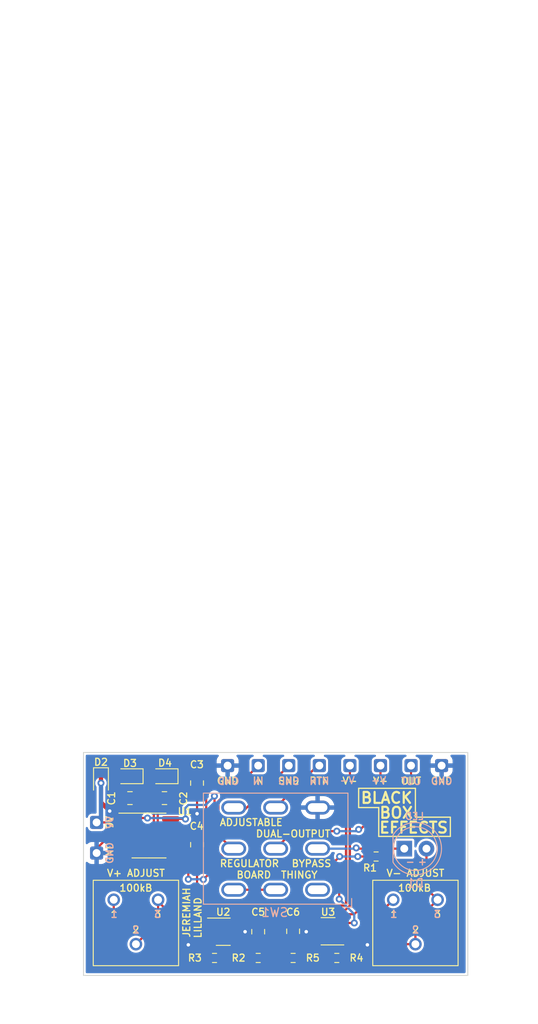
<source format=kicad_pcb>
(kicad_pcb (version 20211014) (generator pcbnew)
  (layers (0 "F.Cu" signal) (31 "B.Cu" signal) (34 "B.Paste" user) (35 "F.Paste" user) (36 "B.SilkS" user "B.Silkscreen") (37 "F.SilkS" user "F.Silkscreen") (38 "B.Mask" user) (39 "F.Mask" user) (44 "Edge.Cuts" user))
  (net 0 "")
  (net 1 "Net-(C1-Pad1)")
  (net 2 "Net-(C1-Pad2)")
  (net 3 "Net-(C2-Pad2)")
  (net 4 "GND")
  (net 5 "/VOUT_NEG")
  (net 6 "Net-(D1-Pad2)")
  (net 7 "+9V")
  (net 8 "Net-(R2-Pad1)")
  (net 9 "Net-(R5-Pad1)")
  (net 12 "/V_DBL")
  (net 13 "/V_NEG")
  (net 14 "/VOUT_POS")
  (net 15 "/ADJ_POS")
  (net 16 "/ADJ_NEG")
  (net 17 "/SW_LED")
  (net 18 "/IN")
  (net 19 "/SEND")
  (net 20 "/RETURN")
  (net 21 "/OUT")
  (net 22 "/BYP")
  (footprint "Capacitor_SMD:C_0805_2012Metric" (layer "F.Cu") (at 238 139.5 -90)
    (fp_text reference "C5" (at -2.25 0) (layer "F.SilkS") (effects (font (size 0.8 0.8))))
    (fp_text value "2.2u")
    (fp_line (start -0.261252 0.735) (end 0.261252 0.735) (layer "F.SilkS") (width 0.12))
    (fp_line (start -0.261252 -0.735) (end 0.261252 -0.735) (layer "F.SilkS") (width 0.12))
    (pad "1" smd roundrect (at -0.95 0 270) (size 1 1.45) (layers "F.Cu" "F.Paste" "F.Mask") (net 14 "/VOUT_POS"))
    (pad "2" smd roundrect (at 0.95 0 270) (size 1 1.45) (layers "F.Cu" "F.Paste" "F.Mask") (net 4 "GND"))
  )
  (footprint "Package_TO_SOT_SMD:SOT-23-5" (layer "F.Cu") (at 234 139.5)
    (fp_text reference "U2" (at 0 -2.25) (layer "F.SilkS") (effects (font (size 0.8 0.8))))
    (fp_text value "AP2204K-ADJ")
    (fp_line (start 0 1.56) (end -0.8 1.56) (layer "F.SilkS") (width 0.12))
    (fp_line (start 0 1.56) (end 0.8 1.56) (layer "F.SilkS") (width 0.12))
    (fp_line (start 0 -1.56) (end -1.8 -1.56) (layer "F.SilkS") (width 0.12))
    (fp_line (start 0 -1.56) (end 0.8 -1.56) (layer "F.SilkS") (width 0.12))
    (pad "1" smd roundrect (at -1.1375 -0.95) (size 1.325 0.6) (layers "F.Cu" "F.Paste" "F.Mask") (net 12 "/V_DBL"))
    (pad "2" smd roundrect (at -1.1375 0) (size 1.325 0.6) (layers "F.Cu" "F.Paste" "F.Mask") (net 4 "GND"))
    (pad "3" smd roundrect (at -1.1375 0.95) (size 1.325 0.6) (layers "F.Cu" "F.Paste" "F.Mask") (net 12 "/V_DBL"))
    (pad "4" smd roundrect (at 1.1375 0.95) (size 1.325 0.6) (layers "F.Cu" "F.Paste" "F.Mask") (net 15 "/ADJ_POS"))
    (pad "5" smd roundrect (at 1.1375 -0.95) (size 1.325 0.6) (layers "F.Cu" "F.Paste" "F.Mask") (net 14 "/VOUT_POS"))
  )
  (footprint "Resistor_SMD:R_0603_1608Metric" (layer "F.Cu") (at 233 142.5)
    (fp_text reference "R3" (at -2.25 0) (layer "F.SilkS") (effects (font (size 0.8 0.8))))
    (fp_text value "8.2k")
    (fp_line (start -0.237258 -0.5225) (end 0.237258 -0.5225) (layer "F.SilkS") (width 0.12))
    (fp_line (start -0.237258 0.5225) (end 0.237258 0.5225) (layer "F.SilkS") (width 0.12))
    (pad "1" smd roundrect (at -0.825 0) (size 0.8 0.95) (layers "F.Cu" "F.Paste" "F.Mask") (net 4 "GND"))
    (pad "2" smd roundrect (at 0.825 0) (size 0.8 0.95) (layers "F.Cu" "F.Paste" "F.Mask") (net 15 "/ADJ_POS"))
  )
  (footprint "Resistor_SMD:R_0603_1608Metric" (layer "F.Cu") (at 251.5 130.9)
    (fp_text reference "R1" (at -0.7 1.3) (layer "F.SilkS") (effects (font (size 0.8 0.8))))
    (fp_text value "2.2k")
    (fp_line (start -0.237258 0.5225) (end 0.237258 0.5225) (layer "F.SilkS") (width 0.12))
    (fp_line (start -0.237258 -0.5225) (end 0.237258 -0.5225) (layer "F.SilkS") (width 0.12))
    (pad "1" smd roundrect (at -0.825 0) (size 0.8 0.95) (layers "F.Cu" "F.Paste" "F.Mask") (net 7 "+9V"))
    (pad "2" smd roundrect (at 0.825 0) (size 0.8 0.95) (layers "F.Cu" "F.Paste" "F.Mask") (net 6 "Net-(D1-Pad2)"))
  )
  (footprint "Diode_SMD:D_SOD-323" (layer "F.Cu") (at 223.32 121.72 180)
    (fp_text reference "D3" (at -0.001055 1.4866) (layer "F.SilkS") (effects (font (size 0.8 0.8))))
    (fp_text value "1N4148WS")
    (fp_line (start -1.5 -0.85) (end -1.5 0.85) (layer "F.SilkS") (width 0.12))
    (fp_line (start -1.5 -0.85) (end 1.05 -0.85) (layer "F.SilkS") (width 0.12))
    (fp_line (start -1.5 0.85) (end 1.05 0.85) (layer "F.SilkS") (width 0.12))
    (pad "1" smd rect (at -1.05 0 180) (size 0.6 0.45) (layers "F.Cu" "F.Paste" "F.Mask") (net 1 "Net-(C1-Pad1)"))
    (pad "2" smd rect (at 1.05 0 180) (size 0.6 0.45) (layers "F.Cu" "F.Paste" "F.Mask") (net 7 "+9V"))
  )
  (footprint "Capacitor_SMD:C_0805_2012Metric" (layer "F.Cu") (at 223.32 124.22)
    (fp_text reference "C1" (at -2.12 0.03 270) (layer "F.SilkS") (effects (font (size 0.8 0.8))))
    (fp_text value "1u")
    (fp_line (start -0.261252 -0.735) (end 0.261252 -0.735) (layer "F.SilkS") (width 0.12))
    (fp_line (start -0.261252 0.735) (end 0.261252 0.735) (layer "F.SilkS") (width 0.12))
    (pad "1" smd roundrect (at -0.95 0) (size 1 1.45) (layers "F.Cu" "F.Paste" "F.Mask") (net 1 "Net-(C1-Pad1)"))
    (pad "2" smd roundrect (at 0.95 0) (size 1 1.45) (layers "F.Cu" "F.Paste" "F.Mask") (net 2 "Net-(C1-Pad2)"))
  )
  (footprint "BlackBox:WirePad_22AWG" (layer "F.Cu") (at 259 120.5)
    (fp_text reference "P10" hide)
    (fp_text value "GND")
    (pad "1" thru_hole roundrect (at 0 0) (size 1.5 1.5) (drill 0.9) (layers *.Cu *.Mask) (roundrect_rratio 0.1666666667) (net 4 "GND"))
  )
  (footprint "Capacitor_SMD:C_0805_2012Metric" (layer "F.Cu") (at 231 129.55 -90)
    (fp_text reference "C4" (at -2.12239 0.042427) (layer "F.SilkS") (effects (font (size 0.8 0.8))))
    (fp_text value "1u")
    (fp_line (start -0.261252 -0.735) (end 0.261252 -0.735) (layer "F.SilkS") (width 0.12))
    (fp_line (start -0.261252 0.735) (end 0.261252 0.735) (layer "F.SilkS") (width 0.12))
    (pad "1" smd roundrect (at -0.95 0 270) (size 1 1.45) (layers "F.Cu" "F.Paste" "F.Mask") (net 4 "GND"))
    (pad "2" smd roundrect (at 0.95 0 270) (size 1 1.45) (layers "F.Cu" "F.Paste" "F.Mask") (net 13 "/V_NEG"))
  )
  (footprint "BlackBox:WirePad_22AWG" (layer "F.Cu") (at 245 120.5)
    (fp_text reference "P4" hide)
    (fp_text value "RETURN")
    (pad "1" thru_hole roundrect (at 0 0) (size 1.5 1.5) (drill 0.9) (layers *.Cu *.Mask) (roundrect_rratio 0.1666666667) (net 20 "/RETURN"))
  )
  (footprint "Capacitor_SMD:C_0805_2012Metric" (layer "F.Cu") (at 242 139.45 -90)
    (fp_text reference "C6" (at -2.2 0) (layer "F.SilkS") (effects (font (size 0.8 0.8))))
    (fp_text value "2.2u")
    (fp_line (start -0.261252 -0.735) (end 0.261252 -0.735) (layer "F.SilkS") (width 0.12))
    (fp_line (start -0.261252 0.735) (end 0.261252 0.735) (layer "F.SilkS") (width 0.12))
    (pad "1" smd roundrect (at -0.95 0 270) (size 1 1.45) (layers "F.Cu" "F.Paste" "F.Mask") (net 4 "GND"))
    (pad "2" smd roundrect (at 0.95 0 270) (size 1 1.45) (layers "F.Cu" "F.Paste" "F.Mask") (net 5 "/VOUT_NEG"))
  )
  (footprint "Resistor_SMD:R_0603_1608Metric" (layer "F.Cu") (at 242 142.5 180)
    (fp_text reference "R5" (at -2.25 0 180) (layer "F.SilkS") (effects (font (size 0.8 0.8))))
    (fp_text value "33k")
    (fp_line (start -0.237258 -0.5225) (end 0.237258 -0.5225) (layer "F.SilkS") (width 0.12))
    (fp_line (start -0.237258 0.5225) (end 0.237258 0.5225) (layer "F.SilkS") (width 0.12))
    (pad "1" smd roundrect (at -0.825 0 180) (size 0.8 0.95) (layers "F.Cu" "F.Paste" "F.Mask") (net 9 "Net-(R5-Pad1)"))
    (pad "2" smd roundrect (at 0.825 0 180) (size 0.8 0.95) (layers "F.Cu" "F.Paste" "F.Mask") (net 5 "/VOUT_NEG"))
  )
  (footprint "Capacitor_SMD:C_0805_2012Metric" (layer "F.Cu") (at 227.27 124.22)
    (fp_text reference "C2" (at 2.176576 0.044212 270) (layer "F.SilkS") (effects (font (size 0.8 0.8))))
    (fp_text value "1u")
    (fp_line (start -0.261252 0.735) (end 0.261252 0.735) (layer "F.SilkS") (width 0.12))
    (fp_line (start -0.261252 -0.735) (end 0.261252 -0.735) (layer "F.SilkS") (width 0.12))
    (pad "1" smd roundrect (at -0.95 0) (size 1 1.45) (layers "F.Cu" "F.Paste" "F.Mask") (net 2 "Net-(C1-Pad2)"))
    (pad "2" smd roundrect (at 0.95 0) (size 1 1.45) (layers "F.Cu" "F.Paste" "F.Mask") (net 3 "Net-(C2-Pad2)"))
  )
  (footprint "Resistor_SMD:R_0603_1608Metric" (layer "F.Cu") (at 247 142.5 180)
    (fp_text reference "R4" (at -2.25 0) (layer "F.SilkS") (effects (font (size 0.8 0.8))))
    (fp_text value "22k")
    (fp_line (start -0.237258 0.5225) (end 0.237258 0.5225) (layer "F.SilkS") (width 0.12))
    (fp_line (start -0.237258 -0.5225) (end 0.237258 -0.5225) (layer "F.SilkS") (width 0.12))
    (pad "1" smd roundrect (at -0.825 0 180) (size 0.8 0.95) (layers "F.Cu" "F.Paste" "F.Mask") (net 4 "GND"))
    (pad "2" smd roundrect (at 0.825 0 180) (size 0.8 0.95) (layers "F.Cu" "F.Paste" "F.Mask") (net 16 "/ADJ_NEG"))
  )
  (footprint "BlackBox:WirePad_22AWG" (layer "F.Cu") (at 238 120.5)
    (fp_text reference "P2" hide)
    (fp_text value "IN")
    (pad "1" thru_hole roundrect (at 0 0) (size 1.5 1.5) (drill 0.9) (layers *.Cu *.Mask) (roundrect_rratio 0.1666666667) (net 18 "/IN"))
  )
  (footprint "Capacitor_SMD:C_0805_2012Metric" (layer "F.Cu") (at 231 122.5 -90)
    (fp_text reference "C3" (at -2.11387 0.022063) (layer "F.SilkS") (effects (font (size 0.8 0.8))))
    (fp_text value "1u")
    (fp_line (start -0.261252 0.735) (end 0.261252 0.735) (layer "F.SilkS") (width 0.12))
    (fp_line (start -0.261252 -0.735) (end 0.261252 -0.735) (layer "F.SilkS") (width 0.12))
    (pad "1" smd roundrect (at -0.95 0 270) (size 1 1.45) (layers "F.Cu" "F.Paste" "F.Mask") (net 12 "/V_DBL"))
    (pad "2" smd roundrect (at 0.95 0 270) (size 1 1.45) (layers "F.Cu" "F.Paste" "F.Mask") (net 4 "GND"))
  )
  (footprint "BlackBox:WirePad_22AWG" (layer "F.Cu") (at 234.5 120.5)
    (fp_text reference "P9" hide)
    (fp_text value "GND")
    (pad "1" thru_hole roundrect (at 0 0) (size 1.5 1.5) (drill 0.9) (layers *.Cu *.Mask) (roundrect_rratio 0.1666666667) (net 4 "GND"))
  )
  (footprint "Resistor_SMD:R_0603_1608Metric" (layer "F.Cu") (at 238 142.5)
    (fp_text reference "R2" (at -2.25 0 180) (layer "F.SilkS") (effects (font (size 0.8 0.8))))
    (fp_text value "15k")
    (fp_line (start -0.237258 -0.5225) (end 0.237258 -0.5225) (layer "F.SilkS") (width 0.12))
    (fp_line (start -0.237258 0.5225) (end 0.237258 0.5225) (layer "F.SilkS") (width 0.12))
    (pad "1" smd roundrect (at -0.825 0) (size 0.8 0.95) (layers "F.Cu" "F.Paste" "F.Mask") (net 8 "Net-(R2-Pad1)"))
    (pad "2" smd roundrect (at 0.825 0) (size 0.8 0.95) (layers "F.Cu" "F.Paste" "F.Mask") (net 14 "/VOUT_POS"))
  )
  (footprint "Diode_SMD:D_SOD-323" (layer "F.Cu") (at 227.32 121.72 180)
    (fp_text reference "D4" (at -0.012772 1.52 180) (layer "F.SilkS") (effects (font (size 0.8 0.8))))
    (fp_text value "1N4148WS")
    (fp_line (start -1.5 -0.85) (end 1.05 -0.85) (layer "F.SilkS") (width 0.12))
    (fp_line (start -1.5 -0.85) (end -1.5 0.85) (layer "F.SilkS") (width 0.12))
    (fp_line (start -1.5 0.85) (end 1.05 0.85) (layer "F.SilkS") (width 0.12))
    (pad "1" smd rect (at -1.05 0 180) (size 0.6 0.45) (layers "F.Cu" "F.Paste" "F.Mask") (net 12 "/V_DBL"))
    (pad "2" smd rect (at 1.05 0 180) (size 0.6 0.45) (layers "F.Cu" "F.Paste" "F.Mask") (net 1 "Net-(C1-Pad1)"))
  )
  (footprint "Package_TO_SOT_SMD:TSOT-23-5" (layer "F.Cu") (at 246 139.45 180)
    (fp_text reference "U3" (at 0 2.2) (layer "F.SilkS") (effects (font (size 0.8 0.8))))
    (fp_text value "LT1964-SD")
    (fp_line (start 0 1.56) (end 0.8 1.56) (layer "F.SilkS") (width 0.12))
    (fp_line (start 0 1.56) (end -0.8 1.56) (layer "F.SilkS") (width 0.12))
    (fp_line (start 0 -1.56) (end 0.8 -1.56) (layer "F.SilkS") (width 0.12))
    (fp_line (start 0 -1.56) (end -1.8 -1.56) (layer "F.SilkS") (width 0.12))
    (pad "1" smd roundrect (at -1.1375 -0.95 180) (size 1.325 0.6) (layers "F.Cu" "F.Paste" "F.Mask") (net 4 "GND"))
    (pad "2" smd roundrect (at -1.1375 0 180) (size 1.325 0.6) (layers "F.Cu" "F.Paste" "F.Mask") (net 13 "/V_NEG"))
    (pad "3" smd roundrect (at -1.1375 0.95 180) (size 1.325 0.6) (layers "F.Cu" "F.Paste" "F.Mask") (net 13 "/V_NEG"))
    (pad "4" smd roundrect (at 1.1375 0.95 180) (size 1.325 0.6) (layers "F.Cu" "F.Paste" "F.Mask") (net 16 "/ADJ_NEG"))
    (pad "5" smd roundrect (at 1.1375 -0.95 180) (size 1.325 0.6) (layers "F.Cu" "F.Paste" "F.Mask") (net 5 "/VOUT_NEG"))
  )
  (footprint "BlackBox:Potentiometer_Bourns_3386F_Vertical" (layer "F.Cu") (at 253.46 135.845 -90)
    (fp_text reference "RV2" hide)
    (fp_text value "100k")
    (fp_line (start -2.23 -7.425) (end 7.54 -7.425) (layer "F.SilkS") (width 0.12))
    (fp_line (start 7.54 -7.425) (end 7.54 2.345) (layer "F.SilkS") (width 0.12))
    (fp_line (start -2.23 -7.425) (end -2.23 2.345) (layer "F.SilkS") (width 0.12))
    (fp_line (start -2.23 2.345) (end 7.54 2.345) (layer "F.SilkS") (width 0.12))
    (pad "1" thru_hole circle (at 0 0 270) (size 1.44 1.44) (drill 0.9) (layers *.Cu *.Mask) (net 9 "Net-(R5-Pad1)"))
    (pad "2" thru_hole circle (at 5.08 -2.54 270) (size 1.44 1.44) (drill 0.9) (layers *.Cu *.Mask) (net 16 "/ADJ_NEG"))
    (pad "3" thru_hole circle (at 0 -5.08 270) (size 1.44 1.44) (drill 0.9) (layers *.Cu *.Mask) (net 16 "/ADJ_NEG"))
  )
  (footprint "Diode_SMD:D_SOD-323F" (layer "F.Cu") (at 220 122.25 -90)
    (fp_text reference "D2" (at -2.15 0) (layer "F.SilkS") (effects (font (size 0.8 0.8))))
    (fp_text value "PMEG4010EJ")
    (fp_line (start -1.5 -0.85) (end 1.05 -0.85) (layer "F.SilkS") (width 0.12))
    (fp_line (start -1.5 0.85) (end 1.05 0.85) (layer "F.SilkS") (width 0.12))
    (fp_line (start -1.5 -0.85) (end -1.5 0.85) (layer "F.SilkS") (width 0.12))
    (pad "1" smd rect (at -1.1 0 270) (size 0.5 0.5) (layers "F.Cu" "F.Paste" "F.Mask") (net 7 "+9V"))
    (pad "2" smd rect (at 1.1 0 270) (size 0.5 0.5) (layers "F.Cu" "F.Paste" "F.Mask") (net 4 "GND"))
  )
  (footprint "BlackBox:Potentiometer_Bourns_3386F_Vertical" (layer "F.Cu") (at 221.46 135.845 -90)
    (fp_text reference "RV1" hide)
    (fp_text value "100k")
    (fp_line (start -2.23 2.345) (end 7.54 2.345) (layer "F.SilkS") (width 0.12))
    (fp_line (start -2.23 -7.425) (end 7.54 -7.425) (layer "F.SilkS") (width 0.12))
    (fp_line (start 7.54 -7.425) (end 7.54 2.345) (layer "F.SilkS") (width 0.12))
    (fp_line (start -2.23 -7.425) (end -2.23 2.345) (layer "F.SilkS") (width 0.12))
    (pad "1" thru_hole circle (at 0 0 270) (size 1.44 1.44) (drill 0.9) (layers *.Cu *.Mask) (net 8 "Net-(R2-Pad1)"))
    (pad "2" thru_hole circle (at 5.08 -2.54 270) (size 1.44 1.44) (drill 0.9) (layers *.Cu *.Mask) (net 15 "/ADJ_POS"))
    (pad "3" thru_hole circle (at 0 -5.08 270) (size 1.44 1.44) (drill 0.9) (layers *.Cu *.Mask) (net 15 "/ADJ_POS"))
  )
  (footprint "BlackBox:WirePad_22AWG" (layer "F.Cu") (at 255.5 120.5)
    (fp_text reference "P5" hide)
    (fp_text value "OUT")
    (pad "1" thru_hole roundrect (at 0 0) (size 1.5 1.5) (drill 0.9) (layers *.Cu *.Mask) (roundrect_rratio 0.1666666667) (net 21 "/OUT"))
  )
  (footprint "BlackBox:WirePad_22AWG" (layer "F.Cu") (at 241.5 120.5)
    (fp_text reference "P3" hide)
    (fp_text value "SEND")
    (pad "1" thru_hole roundrect (at 0 0) (size 1.5 1.5) (drill 0.9) (layers *.Cu *.Mask) (roundrect_rratio 0.1666666667) (net 19 "/SEND"))
  )
  (footprint "Package_SO:SOIC-8_3.9x4.9mm_P1.27mm" (layer "F.Cu") (at 225.5 128.5)
    (fp_text reference "U1" (at 4.1 -2.75) (layer "F.SilkS") (effects (font (size 0.8 0.8))))
    (fp_text value "TC7662Bx0A")
    (fp_line (start 0 2.56) (end 1.95 2.56) (layer "F.SilkS") (width 0.12))
    (fp_line (start 0 2.56) (end -1.95 2.56) (layer "F.SilkS") (width 0.12))
    (fp_line (start 0 -2.56) (end 1.95 -2.56) (layer "F.SilkS") (width 0.12))
    (fp_line (start 0 -2.56) (end -3.45 -2.56) (layer "F.SilkS") (width 0.12))
    (pad "1" smd roundrect (at -2.475 -1.905) (size 1.95 0.6) (layers "F.Cu" "F.Paste" "F.Mask") (net 7 "+9V"))
    (pad "2" smd roundrect (at -2.475 -0.635) (size 1.95 0.6) (layers "F.Cu" "F.Paste" "F.Mask") (net 2 "Net-(C1-Pad2)"))
    (pad "3" smd roundrect (at -2.475 0.635) (size 1.95 0.6) (layers "F.Cu" "F.Paste" "F.Mask") (net 4 "GND"))
    (pad "4" smd roundrect (at -2.475 1.905) (size 1.95 0.6) (layers "F.Cu" "F.Paste" "F.Mask") (net 3 "Net-(C2-Pad2)"))
    (pad "5" smd roundrect (at 2.475 1.905) (size 1.95 0.6) (layers "F.Cu" "F.Paste" "F.Mask") (net 13 "/V_NEG"))
    (pad "6" smd roundrect (at 2.475 0.635) (size 1.95 0.6) (layers "F.Cu" "F.Paste" "F.Mask"))
    (pad "7" smd roundrect (at 2.475 -0.635) (size 1.95 0.6) (layers "F.Cu" "F.Paste" "F.Mask"))
    (pad "8" smd roundrect (at 2.475 -1.905) (size 1.95 0.6) (layers "F.Cu" "F.Paste" "F.Mask") (net 7 "+9V"))
  )
  (footprint "LED_THT:LED_D5.0mm" (layer "B.Cu") (at 254.725 130)
    (fp_text reference "D1" (at 1.27 3.96) (layer "B.SilkS") (effects (justify mirror)))
    (fp_text value "LED_PTH")
    (fp_line (start -1.29 1.545) (end -1.29 -1.545) (layer "B.SilkS") (width 0.12))
    (fp_arc (start -1.29 -1.54483) (mid 2.072002 -2.880433) (end 4.26 0.000462) (layer "B.SilkS") (width 0.12))
    (fp_arc (start 4.26 -0.000462) (mid 2.072002 2.880433) (end -1.29 1.54483) (layer "B.SilkS") (width 0.12))
    (fp_circle (center 1.27 0) (end 3.77 0) (layer "B.SilkS") (width 0.12) (fill none))
    (pad "1" thru_hole rect (at 0 0) (size 1.8 1.8) (drill 0.9) (layers *.Cu *.Mask) (net 17 "/SW_LED"))
    (pad "2" thru_hole circle (at 2.54 0) (size 1.8 1.8) (drill 0.9) (layers *.Cu *.Mask) (net 6 "Net-(D1-Pad2)"))
  )
  (footprint "BlackBox:SW_STOMP_3PDT" (layer "B.Cu") (at 240 130 180)
    (fp_text reference "SW1" (at 0.1 -7.3 unlocked) (layer "B.SilkS") (effects (justify mirror)))
    (fp_text value "SW_3PDT")
    (fp_line (start -8.275 6.35) (end 8.275 6.35) (layer "B.SilkS") (width 0.12))
    (fp_line (start -7.7 -6.7) (end -8.7 -6.7) (layer "B.SilkS") (width 0.12))
    (fp_line (start -8.275 -6.35) (end 8.275 -6.35) (layer "B.SilkS") (width 0.12))
    (fp_line (start 8.275 -6.35) (end 8.275 6.35) (layer "B.SilkS") (width 0.12))
    (fp_line (start -8.275 -6.35) (end -8.275 6.35) (layer "B.SilkS") (width 0.12))
    (fp_line (start -8.7 -5.7) (end -8.7 -6.7) (layer "B.SilkS") (width 0.12))
    (pad "1" thru_hole oval (at -4.8 -4.7 180) (size 2.85 1.6) (drill oval 2.25 1) (layers *.Cu *.Mask))
    (pad "2" thru_hole oval (at -4.8 0 180) (size 2.85 1.6) (drill oval 2.25 1) (layers *.Cu *.Mask) (net 17 "/SW_LED"))
    (pad "3" thru_hole oval (at -4.8 4.7 180) (size 2.85 1.6) (drill oval 2.25 1) (layers *.Cu *.Mask) (net 4 "GND"))
    (pad "4" thru_hole oval (at 0 -4.7 180) (size 2.85 1.6) (drill oval 2.25 1) (layers *.Cu *.Mask) (net 22 "/BYP"))
    (pad "5" thru_hole oval (at 0 0 180) (size 2.85 1.6) (drill oval 2.25 1) (layers *.Cu *.Mask) (net 21 "/OUT"))
    (pad "6" thru_hole oval (at 0 4.7 180) (size 2.85 1.6) (drill oval 2.25 1) (layers *.Cu *.Mask) (net 20 "/RETURN"))
    (pad "7" thru_hole oval (at 4.8 -4.7 180) (size 2.85 1.6) (drill oval 2.25 1) (layers *.Cu *.Mask) (net 22 "/BYP"))
    (pad "8" thru_hole oval (at 4.8 0 180) (size 2.85 1.6) (drill oval 2.25 1) (layers *.Cu *.Mask) (net 18 "/IN"))
    (pad "9" thru_hole oval (at 4.8 4.7 180) (size 2.85 1.6) (drill oval 2.25 1) (layers *.Cu *.Mask) (net 19 "/SEND"))
  )
  (footprint "BlackBox:WirePad_22AWG" (layer "B.Cu") (at 248.5 120.5 180)
    (fp_text reference "P7" hide)
    (fp_text value "VOUT_POS")
    (pad "1" thru_hole roundrect (at 0 0 180) (size 1.5 1.5) (drill 0.9) (layers *.Cu *.Mask) (roundrect_rratio 0.1666666667) (net 14 "/VOUT_POS"))
  )
  (footprint "BlackBox:WirePad_22AWG" (layer "B.Cu") (at 219.5 127 180)
    (fp_text reference "P1" hide)
    (fp_text value "9V_IN")
    (pad "1" thru_hole roundrect (at 0 0 180) (size 1.5 1.5) (drill 0.9) (layers *.Cu *.Mask) (roundrect_rratio 0.1666666667) (net 7 "+9V"))
  )
  (footprint "BlackBox:WirePad_22AWG" (layer "B.Cu") (at 252 120.5)
    (fp_text reference "P6" hide)
    (fp_text value "VOUT_NEG")
    (pad "1" thru_hole roundrect (at 0 0) (size 1.5 1.5) (drill 0.9) (layers *.Cu *.Mask) (roundrect_rratio 0.1666666667) (net 5 "/VOUT_NEG"))
  )
  (footprint "BlackBox:WirePad_22AWG" (layer "B.Cu") (at 219.5 130.5 180)
    (fp_text reference "P8" hide)
    (fp_text value "GND")
    (pad "1" thru_hole roundrect (at 0 0 180) (size 1.5 1.5) (drill 0.9) (layers *.Cu *.Mask) (roundrect_rratio 0.1666666667) (net 4 "GND"))
  )
  (gr_line (start 249.5 123.5) (end 249.5 125.3) (layer "F.SilkS") (width 0.15))
  (gr_line (start 249.5 123.5) (end 249.5 123.1) (layer "F.SilkS") (width 0.15))
  (gr_line (start 249.5 125.3) (end 251.8 125.3) (layer "F.SilkS") (width 0.15))
  (gr_line (start 256 126.4) (end 260 126.4) (layer "F.SilkS") (width 0.15))
  (gr_line (start 251.8 128.6) (end 260 128.6) (layer "F.SilkS") (width 0.15))
  (gr_line (start 256 123.1) (end 256 126.4) (layer "F.SilkS") (width 0.15))
  (gr_line (start 260 126.4) (end 260 128.6) (layer "F.SilkS") (width 0.15))
  (gr_line (start 251.8 125.3) (end 251.8 128.6) (layer "F.SilkS") (width 0.15))
  (gr_line (start 249.5 123.1) (end 256 123.1) (layer "F.SilkS") (width 0.15))
  (gr_line (start 218 119) (end 218 144.5) (layer "Edge.Cuts") (width 0.1))
  (gr_line (start 262 144.5) (end 262 119) (layer "Edge.Cuts") (width 0.1))
  (gr_line (start 218 144.5) (end 262 144.5) (layer "Edge.Cuts") (width 0.1))
  (gr_line (start 262 119) (end 218 119) (layer "Edge.Cuts") (width 0.1))
  (gr_text "2" (at 256 139.3) (layer "B.SilkS") (effects (font (size 0.8 0.8)) (justify mirror)))
  (gr_text "GND" (at 234.6 122.3) (layer "B.SilkS") (effects (font (size 0.8 0.8)) (justify mirror)))
  (gr_text "IN" (at 238 122.3) (layer "B.SilkS") (effects (font (size 0.8 0.8)) (justify mirror)))
  (gr_text "-" (at 255.4 131.5) (layer "B.SilkS") (effects (font (size 0.8 0.8)) (justify mirror)))
  (gr_text "RTN" (at 245 122.3) (layer "B.SilkS") (effects (font (size 0.8 0.8)) (justify mirror)))
  (gr_text "V+" (at 251.8 122.2) (layer "B.SilkS") (effects (font (size 0.8 0.8)) (justify mirror)))
  (gr_text "3" (at 258.5 137.5) (layer "B.SilkS") (effects (font (size 0.8 0.8)) (justify mirror)))
  (gr_text "GND" (at 221 130.5 90) (layer "B.SilkS") (effects (font (size 0.8 0.8)) (justify mirror)))
  (gr_text "LED" (at 255.9 126.3) (layer "B.SilkS") (effects (font (size 0.8 0.8)) (justify mirror)))
  (gr_text "9V" (at 221 127 90) (layer "B.SilkS") (effects (font (size 0.8 0.8)) (justify mirror)))
  (gr_text "3" (at 226.5 137.5) (layer "B.SilkS") (effects (font (size 0.8 0.8)) (justify mirror)))
  (gr_text "1" (at 253.5 137.5) (layer "B.SilkS") (effects (font (size 0.8 0.8)) (justify mirror)))
  (gr_text "OUT" (at 255.5 122.3) (layer "B.SilkS") (effects (font (size 0.8 0.8)) (justify mirror)))
  (gr_text "SND" (at 241.5 122.3) (layer "B.SilkS") (effects (font (size 0.8 0.8)) (justify mirror)))
  (gr_text "1" (at 221.5 137.5) (layer "B.SilkS") (effects (font (size 0.8 0.8)) (justify mirror)))
  (gr_text "GND" (at 259 122.3) (layer "B.SilkS") (effects (font (size 0.8 0.8)) (justify mirror)))
  (gr_text "2" (at 224 139.3) (layer "B.SilkS") (effects (font (size 0.8 0.8)) (justify mirror)))
  (gr_text "+" (at 256.8 131.5) (layer "B.SilkS") (effects (font (size 0.8 0.8)) (justify mirror)))
  (gr_text "V-" (at 248.2 122.2) (layer "B.SilkS") (effects (font (size 0.8 0.8)) (justify mirror)))
  (gr_text "BOX" (at 253.8 125.9) (layer "F.SilkS") (effects (font (size 1.25 1.25) (thickness 0.25))))
  (gr_text "IN" (at 238 122.25) (layer "F.SilkS") (effects (font (size 0.8 0.8))))
  (gr_text "BOARD" (at 237.5 133) (layer "F.SilkS") (effects (font (size 0.8 0.8))))
  (gr_text "V+ ADJUST" (at 224 132.8) (layer "F.SilkS") (effects (font (size 0.8 0.8))))
  (gr_text "SND" (at 241.5 122.25) (layer "F.SilkS") (effects (font (size 0.8 0.8))))
  (gr_text "RTN" (at 245 122.25) (layer "F.SilkS") (effects (font (size 0.8 0.8))))
  (gr_text "GND" (at 234.5 122.25) (layer "F.SilkS") (effects (font (size 0.8 0.8))))
  (gr_text "REGULATOR" (at 237 131.7) (layer "F.SilkS") (effects (font (size 0.8 0.8))))
  (gr_text "3" (at 258.536147 137.5) (layer "F.SilkS") (effects (font (size 0.8 0.8))))
  (gr_text "OUT" (at 255.5 122.25) (layer "F.SilkS") (effects (font (size 0.8 0.8))))
  (gr_text "THINGY" (at 242.7 133) (layer "F.SilkS") (effects (font (size 0.8 0.8))))
  (gr_text "LILLAND" (at 231.1 137.9 90) (layer "F.SilkS") (effects (font (size 0.8 0.8))))
  (gr_text "2" (at 256.022498 139.274368) (layer "F.SilkS") (effects (font (size 0.8 0.8))))
  (gr_text "3" (at 226.5 137.5) (layer "F.SilkS") (effects (font (size 0.8 0.8))))
  (gr_text "GND" (at 221 130.5 90) (layer "F.SilkS") (effects (font (size 0.8 0.8))))
  (gr_text "1" (at 221.5 137.5) (layer "F.SilkS") (effects (font (size 0.8 0.8))))
  (gr_text "V-" (at 248.5 122.25) (layer "F.SilkS") (effects (font (size 0.8 0.8))))
  (gr_text "100kB" (at 224 134.5) (layer "F.SilkS") (effects (font (size 0.8 0.8))))
  (gr_text "100kB" (at 255.9 134.5) (layer "F.SilkS") (effects (font (size 0.8 0.8))))
  (gr_text "1" (at 253.536147 137.5) (layer "F.SilkS") (effects (font (size 0.8 0.8))))
  (gr_text "ADJUSTABLE" (at 237.2 127) (layer "F.SilkS") (effects (font (size 0.8 0.8))))
  (gr_text "2" (at 223.986351 139.274368) (layer "F.SilkS") (effects (font (size 0.8 0.8))))
  (gr_text "V+" (at 252 122.25) (layer "F.SilkS") (effects (font (size 0.8 0.8))))
  (gr_text "V- ADJUST" (at 256 132.8) (layer "F.SilkS") (effects (font (size 0.8 0.8))))
  (gr_text "EFFECTS" (at 255.8 127.6) (layer "F.SilkS") (effects (font (size 1.25 1.25) (thickness 0.25))))
  (gr_text "BLACK" (at 252.7 124.2) (layer "F.SilkS") (effects (font (size 1.25 1.25) (thickness 0.25))))
  (gr_text "9V" (at 221 127 90) (layer "F.SilkS") (effects (font (size 0.8 0.8))))
  (gr_text "BYPASS" (at 244.1 131.7) (layer "F.SilkS") (effects (font (size 0.8 0.8))))
  (gr_text "GND" (at 259 122.25) (layer "F.SilkS") (effects (font (size 0.8 0.8))))
  (gr_text "JEREMIAH" (at 229.8 137.3 90) (layer "F.SilkS") (effects (font (size 0.8 0.8))))
  (gr_text "DUAL-OUTPUT" (at 242 128.3) (layer "F.SilkS") (effects (font (size 0.8 0.8))))
  (segment (start 222.37 124.37) (end 222.5 124.5) (width 0.25) (layer "F.Cu") (net 1))
  (segment (start 222.37 124.22) (end 222.37 124.37) (width 0.25) (layer "F.Cu") (net 1))
  (segment (start 222.5 124.5) (end 222.5 123.59) (width 0.25) (layer "F.Cu") (net 1))
  (segment (start 226.27 121.72) (end 224.37 121.72) (width 0.25) (layer "F.Cu") (net 1))
  (segment (start 222.5 123.59) (end 224.37 121.72) (width 0.25) (layer "F.Cu") (net 1))
  (segment (start 226.32 124.22) (end 224.27 124.22) (width 0.25) (layer "F.Cu") (net 2))
  (segment (start 225.863604 128) (end 223.16 128) (width 0.25) (layer "F.Cu") (net 2))
  (segment (start 226.05 125.753604) (end 226.05 127.813604) (width 0.25) (layer "F.Cu") (net 2))
  (segment (start 226.32 125.483604) (end 226.05 125.753604) (width 0.25) (layer "F.Cu") (net 2))
  (segment (start 226.32 124.22) (end 226.32 125.483604) (width 0.25) (layer "F.Cu") (net 2))
  (segment (start 226.05 127.813604) (end 225.863604 128) (width 0.25) (layer "F.Cu") (net 2))
  (segment (start 223.16 128) (end 223.025 127.865) (width 0.25) (layer "F.Cu") (net 2))
  (segment (start 226.5 128) (end 224.095 130.405) (width 0.25) (layer "F.Cu") (net 3))
  (segment (start 228.22 124.22) (end 226.5 125.94) (width 0.25) (layer "F.Cu") (net 3))
  (segment (start 226.5 125.94) (end 226.5 128) (width 0.25) (layer "F.Cu") (net 3))
  (segment (start 224.095 130.405) (end 223.025 130.405) (width 0.25) (layer "F.Cu") (net 3))
  (segment (start 242.5 138.5) (end 243.5 139.5) (width 0.25) (layer "F.Cu") (net 4))
  (segment (start 223.025 129.135) (end 223.025 129.025) (width 0.25) (layer "F.Cu") (net 4))
  (segment (start 236.55 139.5) (end 237.5 140.45) (width 0.25) (layer "F.Cu") (net 4))
  (segment (start 232.8625 139.5) (end 236.5 139.5) (width 0.25) (layer "F.Cu") (net 4))
  (segment (start 223.025 129.025) (end 223 129) (width 0.25) (layer "F.Cu") (net 4))
  (segment (start 237.5 140.45) (end 238.05 140.45) (width 0.25) (layer "F.Cu") (net 4))
  (segment (start 231.5 142.5) (end 230 141) (width 0.25) (layer "F.Cu") (net 4))
  (segment (start 220 124.7) (end 220 123.6) (width 0.5) (layer "F.Cu") (net 4))
  (segment (start 220 123.6) (end 220 123.5) (width 0.25) (layer "F.Cu") (net 4))
  (segment (start 245.853249 139.5) (end 246.753249 140.4) (width 0.25) (layer "F.Cu") (net 4))
  (segment (start 249 142.5) (end 247.825 142.5) (width 0.25) (layer "F.Cu") (net 4))
  (segment (start 250.5 141) (end 249 142.5) (width 0.25) (layer "F.Cu") (net 4))
  (segment (start 246.753249 140.4) (end 247.1375 140.4) (width 0.25) (layer "F.Cu") (net 4))
  (segment (start 221 125.7) (end 220 124.7) (width 0.5) (layer "F.Cu") (net 4))
  (segment (start 220.5 129) (end 219.5 130) (width 0.25) (layer "F.Cu") (net 4))
  (segment (start 231 126) (end 231 128.6) (width 0.25) (layer "F.Cu") (net 4))
  (segment (start 223 129) (end 220.5 129) (width 0.25) (layer "F.Cu") (net 4))
  (segment (start 232.175 142.5) (end 231.5 142.5) (width 0.25) (layer "F.Cu") (net 4))
  (segment (start 231 123.45) (end 231 126) (width 0.25) (layer "F.Cu") (net 4))
  (segment (start 236.5 139.5) (end 236.55 139.5) (width 0.25) (layer "F.Cu") (net 4))
  (segment (start 242 138.5) (end 242.5 138.5) (width 0.25) (layer "F.Cu") (net 4))
  (segment (start 243.5 139.5) (end 245.853249 139.5) (width 0.25) (layer "F.Cu") (net 4))
  (via (at 243.5 139.5) (size 0.8) (drill 0.4) (layers "F.Cu" "B.Cu") (net 4))
  (via (at 221 125.7) (size 0.8) (drill 0.4) (layers "F.Cu" "B.Cu") (net 4))
  (via (at 236.5 139.5) (size 0.8) (drill 0.4) (layers "F.Cu" "B.Cu") (net 4))
  (via (at 250.5 141) (size 0.8) (drill 0.4) (layers "F.Cu" "B.Cu") (net 4))
  (via (at 230 141) (size 0.8) (drill 0.4) (layers "F.Cu" "B.Cu") (net 4))
  (via (at 231 126) (size 0.8) (drill 0.4) (layers "F.Cu" "B.Cu") (net 4))
  (segment (start 248 137) (end 248.5 136.5) (width 0.25) (layer "F.Cu") (net 5))
  (segment (start 242.5 140.4) (end 241.4 140.4) (width 0.25) (layer "F.Cu") (net 5))
  (segment (start 241.175 142.5) (end 241.175 141.725) (width 0.25) (layer "F.Cu") (net 5))
  (segment (start 242.5 140.4) (end 244.8625 140.4) (width 0.25) (layer "F.Cu") (net 5))
  (segment (start 240.5 139.5) (end 240.5 138) (width 0.25) (layer "F.Cu") (net 5))
  (segment (start 242.375 140.275) (end 242.5 140.4) (width 0.25) (layer "F.Cu") (net 5))
  (segment (start 248.5 136.5) (end 248.5 125.5) (width 0.25) (layer "F.Cu") (net 5))
  (segment (start 252 122) (end 252 120.5) (width 0.25) (layer "F.Cu") (net 5))
  (segment (start 248.5 125.5) (end 252 122) (width 0.25) (layer "F.Cu") (net 5))
  (segment (start 240.5 138) (end 241.5 137) (width 0.25) (layer "F.Cu") (net 5))
  (segment (start 241.5 137) (end 248 137) (width 0.25) (layer "F.Cu") (net 5))
  (segment (start 241.4 140.4) (end 240.5 139.5) (width 0.25) (layer "F.Cu") (net 5))
  (segment (start 241.175 141.725) (end 242.5 140.4) (width 0.25) (layer "F.Cu") (net 5))
  (segment (start 252.325 130.9) (end 253.425 132) (width 0.25) (layer "F.Cu") (net 6))
  (segment (start 256.5 132) (end 257.265 131.235) (width 0.25) (layer "F.Cu") (net 6))
  (segment (start 253.425 132) (end 256.5 132) (width 0.25) (layer "F.Cu") (net 6))
  (segment (start 257.265 131.235) (end 257.265 130) (width 0.25) (layer "F.Cu") (net 6))
  (segment (start 234.48401 131.5) (end 233 130.01599) (width 0.25) (layer "F.Cu") (net 7))
  (segment (start 247.3255 130.9) (end 246.7255 131.5) (width 0.25) (layer "F.Cu") (net 7))
  (segment (start 221.545 122.445) (end 222.27 121.72) (width 0.25) (layer "F.Cu") (net 7))
  (segment (start 221.69 126.5) (end 221.595 126.595) (width 0.25) (layer "F.Cu") (net 7))
  (segment (start 229.655955 126.595) (end 227.975 126.595) (width 0.25) (layer "F.Cu") (net 7))
  (segment (start 223.111827 126.5) (end 221.545 124.933173) (width 0.25) (layer "F.Cu") (net 7))
  (segment (start 250.675 130.9) (end 249.4 130.9) (width 0.25) (layer "F.Cu") (net 7))
  (segment (start 233 123.998049) (end 232.988676 123.986725) (width 0.25) (layer "F.Cu") (net 7))
  (segment (start 225.3255 126.5) (end 223.111827 126.5) (width 0.25) (layer "F.Cu") (net 7))
  (segment (start 220 122.5) (end 220 121.4) (width 0.5) (layer "F.Cu") (net 7))
  (segment (start 221.19 127) (end 219.85 127) (width 0.25) (layer "F.Cu") (net 7))
  (segment (start 221.595 126.595) (end 221.19 127) (width 0.25) (layer "F.Cu") (net 7))
  (segment (start 221.595 126.595) (end 223.025 126.595) (width 0.25) (layer "F.Cu") (net 7))
  (segment (start 233 130.01599) (end 233 123.998049) (width 0.25) (layer "F.Cu") (net 7))
  (segment (start 246.7255 131.5) (end 234.48401 131.5) (width 0.25) (layer "F.Cu") (net 7))
  (segment (start 221.545 124.933173) (end 221.545 122.445) (width 0.25) (layer "F.Cu") (net 7))
  (segment (start 225.3255 126.5) (end 221.69 126.5) (width 0.25) (layer "F.Cu") (net 7))
  (segment (start 229.673645 126.61269) (end 229.655955 126.595) (width 0.25) (layer "F.Cu") (net 7))
  (segment (start 219.85 127) (end 219.425 127.425) (width 0.25) (layer "F.Cu") (net 7))
  (via (at 232.988676 123.986725) (size 0.8) (drill 0.4) (layers "F.Cu" "B.Cu") (net 7))
  (via (at 249.4 130.9) (size 0.8) (drill 0.4) (layers "F.Cu" "B.Cu") (net 7))
  (via (at 220 122.5) (size 0.8) (drill 0.4) (layers "F.Cu" "B.Cu") (net 7))
  (via (at 247.3255 130.9) (size 0.8) (drill 0.4) (layers "F.Cu" "B.Cu") (net 7))
  (via (at 229.673645 126.61269) (size 0.8) (drill 0.4) (layers "F.Cu" "B.Cu") (net 7))
  (via (at 225.3255 126.5) (size 0.8) (drill 0.4) (layers "F.Cu" "B.Cu") (net 7))
  (segment (start 219.5 127.5) (end 219 127) (width 0.25) (layer "B.Cu") (net 7))
  (segment (start 230 125) (end 229.673645 125.326355) (width 0.25) (layer "B.Cu") (net 7))
  (segment (start 232.988676 124.011324) (end 232 125) (width 0.25) (layer "B.Cu") (net 7))
  (segment (start 219.275 127.275) (end 219.5 127.5) (width 0.25) (layer "B.Cu") (net 7))
  (segment (start 229.673645 125.326355) (end 229.673645 126.61269) (width 0.25) (layer "B.Cu") (net 7))
  (segment (start 219.5 127) (end 220 126.5) (width 0.5) (layer "B.Cu") (net 7))
  (segment (start 232 125) (end 230 125) (width 0.25) (layer "B.Cu") (net 7))
  (segment (start 247.3255 130.9) (end 249.4 130.9) (width 0.25) (layer "B.Cu") (net 7))
  (segment (start 225.3255 126.5) (end 229.5 126.5) (width 0.25) (layer "B.Cu") (net 7))
  (segment (start 219 127) (end 219.5 127) (width 0.5) (layer "B.Cu") (net 7))
  (segment (start 220 126.5) (end 220 122.5) (width 0.5) (layer "B.Cu") (net 7))
  (segment (start 229.5 126.5) (end 229.61269 126.61269) (width 0.25) (layer "B.Cu") (net 7))
  (segment (start 229.61269 126.61269) (end 229.673645 126.61269) (width 0.25) (layer "B.Cu") (net 7))
  (segment (start 232.988676 123.986725) (end 232.988676 124.011324) (width 0.25) (layer "B.Cu") (net 7))
  (segment (start 221.46 135.845) (end 221.46 140.96) (width 0.25) (layer "F.Cu") (net 8))
  (segment (start 221.46 140.96) (end 224 143.5) (width 0.25) (layer "F.Cu") (net 8))
  (segment (start 236.175 143.5) (end 237.175 142.5) (width 0.25) (layer "F.Cu") (net 8))
  (segment (start 224 143.5) (end 236.175 143.5) (width 0.25) (layer "F.Cu") (net 8))
  (segment (start 244 141.5) (end 247.805 141.5) (width 0.25) (layer "F.Cu") (net 9))
  (segment (start 243 142.5) (end 244 141.5) (width 0.25) (layer "F.Cu") (net 9))
  (segment (start 242.825 142.5) (end 243 142.5) (width 0.25) (layer "F.Cu") (net 9))
  (segment (start 247.805 141.5) (end 253.46 135.845) (width 0.25) (layer "F.Cu") (net 9))
  (segment (start 231.95 140.45) (end 231.5 140) (width 0.25) (layer "F.Cu") (net 12))
  (segment (start 231 136.6875) (end 232.8625 138.55) (width 0.25) (layer "F.Cu") (net 12))
  (segment (start 232.8625 140.45) (end 231.95 140.45) (width 0.25) (layer "F.Cu") (net 12))
  (segment (start 231.5 139) (end 231.95 138.55) (width 0.25) (layer "F.Cu") (net 12))
  (segment (start 232.05 122.6) (end 232.05 131.45) (width 0.25) (layer "F.Cu") (net 12))
  (segment (start 231 121.55) (end 232.05 122.6) (width 0.25) (layer "F.Cu") (net 12))
  (segment (start 232.05 131.45) (end 231 132.5) (width 0.25) (layer "F.Cu") (net 12))
  (segment (start 231 132.5) (end 231 136.6875) (width 0.25) (layer "F.Cu") (net 12))
  (segment (start 230.83 121.72) (end 228.37 121.72) (width 0.25) (layer "F.Cu") (net 12))
  (segment (start 231 121.55) (end 230.83 121.72) (width 0.25) (layer "F.Cu") (net 12))
  (segment (start 231.95 138.55) (end 232.8625 138.55) (width 0.25) (layer "F.Cu") (net 12))
  (segment (start 231.5 140) (end 231.5 139) (width 0.25) (layer "F.Cu") (net 12))
  (segment (start 231 130.5) (end 228.07 130.5) (width 0.25) (layer "F.Cu") (net 13))
  (segment (start 231 130.5) (end 230 131.5) (width 0.25) (layer "F.Cu") (net 13))
  (segment (start 232.749452 132.5) (end 246 132.5) (width 0.25) (layer "F.Cu") (net 13))
  (segment (start 231.7245 133.524952) (end 232.749452 132.5) (width 0.25) (layer "F.Cu") (net 13))
  (segment (start 247.2755 133.7755) (end 247.2755 135.7755) (width 0.25) (layer "F.Cu") (net 13))
  (segment (start 246 132.5) (end 247.2755 133.7755) (width 0.25) (layer "F.Cu") (net 13))
  (segment (start 230 131.5) (end 230 133.5) (width 0.25) (layer "F.Cu") (net 13))
  (segment (start 247.1375 138.5) (end 249 138.5) (width 0.25) (layer "F.Cu") (net 13))
  (segment (start 228.07 130.5) (end 227.975 130.405) (width 0.25) (layer "F.Cu") (net 13))
  (segment (start 247.1375 138.5) (end 247.1375 139.45) (width 0.25) (layer "F.Cu") (net 13))
  (via (at 231.7245 133.524952) (size 0.8) (drill 0.4) (layers "F.Cu" "B.Cu") (net 13))
  (via (at 249 138.5) (size 0.8) (drill 0.4) (layers "F.Cu" "B.Cu") (net 13))
  (via (at 230 133.5) (size 0.8) (drill 0.4) (layers "F.Cu" "B.Cu") (net 13))
  (via (at 247.2755 135.7755) (size 0.8) (drill 0.4) (layers "F.Cu" "B.Cu") (net 13))
  (segment (start 231.699548 133.5) (end 230 133.5) (width 0.25) (layer "B.Cu") (net 13))
  (segment (start 247.2755 135.7755) (end 249 137.5) (width 0.25) (layer "B.Cu") (net 13))
  (segment (start 231.7245 133.524952) (end 231.699548 133.5) (width 0.25) (layer "B.Cu") (net 13))
  (segment (start 249 137.5) (end 249 138.5) (width 0.25) (layer "B.Cu") (net 13))
  (segment (start 237.55 138.5) (end 237.5 138.55) (width 0.25) (layer "F.Cu") (net 14))
  (segment (start 248.5 124.863604) (end 248.5 120.5) (width 0.25) (layer "F.Cu") (net 14))
  (segment (start 248.05 136.313604) (end 248.05 125.313604) (width 0.25) (layer "F.Cu") (net 14))
  (segment (start 237.5 138.55) (end 235.1375 138.55) (width 0.25) (layer "F.Cu") (net 14))
  (segment (start 239.05 142.45) (end 239.05 139.6) (width 0.25) (layer "F.Cu") (net 14))
  (segment (start 239.05 139.6) (end 238 138.55) (width 0.25) (layer "F.Cu") (net 14))
  (segment (start 239.55 136.5) (end 247.863604 136.5) (width 0.25) (layer "F.Cu") (net 14))
  (segment (start 248.05 125.313604) (end 248.5 124.863604) (width 0.25) (layer "F.Cu") (net 14))
  (segment (start 237.5 138.55) (end 239.55 136.5) (width 0.25) (layer "F.Cu") (net 14))
  (segment (start 238.825 142.5) (end 239 142.5) (width 0.25) (layer "F.Cu") (net 14))
  (segment (start 247.863604 136.5) (end 248.05 136.313604) (width 0.25) (layer "F.Cu") (net 14))
  (segment (start 239 142.5) (end 239.05 142.45) (width 0.25) (layer "F.Cu") (net 14))
  (segment (start 235.1375 140.45) (end 235.1375 141.1875) (width 0.25) (layer "F.Cu") (net 15))
  (segment (start 226.54 138.385) (end 224 140.925) (width 0.25) (layer "F.Cu") (net 15))
  (segment (start 233.446231 141.5) (end 232 141.5) (width 0.25) (layer "F.Cu") (net 15))
  (segment (start 233.825 141.878769) (end 233.446231 141.5) (width 0.25) (layer "F.Cu") (net 15))
  (segment (start 232 141.5) (end 226.54 136.04) (width 0.25) (layer "F.Cu") (net 15))
  (segment (start 235.1375 141.1875) (end 233.825 142.5) (width 0.25) (layer "F.Cu") (net 15))
  (segment (start 226.54 136.04) (end 226.54 135.845) (width 0.25) (layer "F.Cu") (net 15))
  (segment (start 226.54 135.845) (end 226.54 138.385) (width 0.25) (layer "F.Cu") (net 15))
  (segment (start 233.825 142.5) (end 233.825 141.878769) (width 0.25) (layer "F.Cu") (net 15))
  (segment (start 256 140.925) (end 253.175 140.925) (width 0.25) (layer "F.Cu") (net 16))
  (segment (start 245 138.5) (end 246 137.5) (width 0.25) (layer "F.Cu") (net 16))
  (segment (start 252.5 134) (end 256.695 134) (width 0.25) (layer "F.Cu") (net 16))
  (segment (start 246 137.5) (end 249 137.5) (width 0.25) (layer "F.Cu") (net 16))
  (segment (start 244.8625 138.5) (end 245 138.5) (width 0.25) (layer "F.Cu") (net 16))
  (segment (start 246.975 143.3) (end 250.8 143.3) (width 0.25) (layer "F.Cu") (net 16))
  (segment (start 249 137.5) (end 252.5 134) (width 0.25) (layer "F.Cu") (net 16))
  (segment (start 258.54 135.845) (end 256 138.385) (width 0.25) (layer "F.Cu") (net 16))
  (segment (start 256 138.385) (end 256 140.925) (width 0.25) (layer "F.Cu") (net 16))
  (segment (start 244.8625 138.5) (end 244.95 138.5) (width 0.25) (layer "F.Cu") (net 16))
  (segment (start 244.95 138.5) (end 245 138.45) (width 0.25) (layer "F.Cu") (net 16))
  (segment (start 246.175 142.5) (end 246.975 143.3) (width 0.25) (layer "F.Cu") (net 16))
  (segment (start 256.695 134) (end 258.54 135.845) (width 0.25) (layer "F.Cu") (net 16))
  (segment (start 253.175 140.925) (end 250.8 143.3) (width 0.25) (layer "F.Cu") (net 16))
  (segment (start 254.725 130) (end 249.308474 130) (width 0.25) (layer "F.Cu") (net 17))
  (segment (start 249.308474 130) (end 249.2245 129.916026) (width 0.25) (layer "F.Cu") (net 17))
  (via (at 249.2245 129.916026) (size 0.8) (drill 0.4) (layers "F.Cu" "B.Cu") (net 17))
  (segment (start 249.2245 129.916026) (end 249.140526 130) (width 0.25) (layer "B.Cu") (net 17))
  (segment (start 249.140526 130) (end 244.8 130) (width 0.25) (layer "B.Cu") (net 17))
  (segment (start 235 130) (end 233.45 128.45) (width 0.25) (layer "F.Cu") (net 18))
  (segment (start 235 123.5) (end 238 120.5) (width 0.25) (layer "F.Cu") (net 18))
  (segment (start 235.2 130) (end 235 130) (width 0.25) (layer "F.Cu") (net 18))
  (segment (start 233.45 128.45) (end 233.45 124.55) (width 0.25) (layer "F.Cu") (net 18))
  (segment (start 234.5 123.5) (end 235 123.5) (width 0.25) (layer "F.Cu") (net 18))
  (segment (start 233.45 124.55) (end 234.5 123.5) (width 0.25) (layer "F.Cu") (net 18))
  (segment (start 235.2 125.3) (end 235.3 125.3) (width 0.25) (layer "F.Cu") (net 19))
  (segment (start 235.3 125.3) (end 235.5 125.5) (width 0.25) (layer "F.Cu") (net 19))
  (segment (start 235.5 125.5) (end 236.5 125.5) (width 0.25) (layer "F.Cu") (net 19))
  (segment (start 236.5 125.5) (end 241.5 120.5) (width 0.25) (layer "F.Cu") (net 19))
  (segment (start 240 125.3) (end 244.8 120.5) (width 0.25) (layer "F.Cu") (net 20))
  (segment (start 244.8 120.5) (end 245 120.5) (width 0.25) (layer "F.Cu") (net 20))
  (segment (start 242 128) (end 247 128) (width 0.25) (layer "F.Cu") (net 21))
  (segment (start 255.5 122) (end 255.5 120.5) (width 0.25) (layer "F.Cu") (net 21))
  (segment (start 240 130) (end 242 128) (width 0.25) (layer "F.Cu") (net 21))
  (segment (start 249.5 128) (end 255.5 122) (width 0.25) (layer "F.Cu") (net 21))
  (via (at 247 128) (size 0.8) (drill 0.4) (layers "F.Cu" "B.Cu") (net 21))
  (via (at 249.5 127.8) (size 0.8) (drill 0.4) (layers "F.Cu" "B.Cu") (net 21))
  (segment (start 247 128) (end 249.5 128) (width 0.25) (layer "B.Cu") (net 21))
  (segment (start 235.2 134.7) (end 240 134.7) (width 0.25) (layer "F.Cu") (net 22))
  (zone (net 4) (net_name "GND") (layer "B.Cu") (connect_pads (clearance 0.254)) (min_thickness 0.254) (fill yes (thermal_gap 0.508) (thermal_bridge_width 0.508))
    (polygon (pts (xy 262 144.5) (xy 218 144.5) (xy 218 119) (xy 262 119)))
  )
)
</source>
